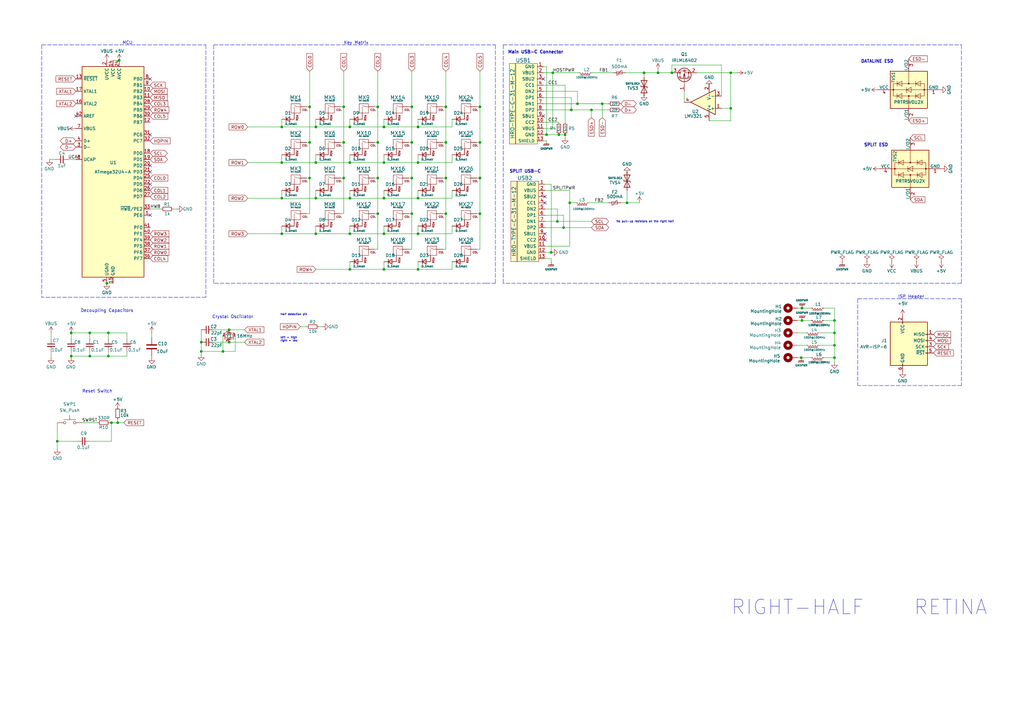
<source format=kicad_sch>
(kicad_sch (version 20211123) (generator eeschema)
  (paper "A3")
  (title_block (title "retina") (rev "0.5"))
  (junction (at 154.94 58.42))
  (junction (at 182.88 73.025))
  (junction (at 342.265 146.685))
  (junction (at 115.57 66.675))
  (junction (at 229.235 55.245))
  (junction (at 82.55 144.145))
  (junction (at 154.94 43.815))
  (junction (at 182.88 87.63))
  (junction (at 342.265 131.445))
  (junction (at 257.175 83.185))
  (junction (at 171.45 81.28))
  (junction (at 182.88 58.42))
  (junction (at 91.44 144.145))
  (junction (at 171.45 52.07))
  (junction (at 36.83 146.05))
  (junction (at 299.72 29.845))
  (junction (at 82.55 140.335))
  (junction (at 226.695 29.845))
  (junction (at 115.57 81.28))
  (junction (at 127 43.815))
  (junction (at 44.45 136.525))
  (junction (at 231.775 55.245))
  (junction (at 196.85 43.815))
  (junction (at 264.16 29.845))
  (junction (at 196.85 73.025))
  (junction (at 129.54 66.675))
  (junction (at 157.48 95.885))
  (junction (at 154.94 73.025))
  (junction (at 127 73.025))
  (junction (at 236.855 42.545))
  (junction (at 45.72 173.355))
  (junction (at 269.875 29.845))
  (junction (at 328.6551 146.685))
  (junction (at 140.97 73.025))
  (junction (at 275.59 29.845))
  (junction (at 143.51 66.675))
  (junction (at 48.26 173.355))
  (junction (at 29.21 146.05))
  (junction (at 328.93 126.365))
  (junction (at 228.6 90.805))
  (junction (at 129.54 52.07))
  (junction (at 224.155 55.245))
  (junction (at 231.14 93.345))
  (junction (at 171.45 66.675))
  (junction (at 154.94 87.63))
  (junction (at 115.57 52.07))
  (junction (at 196.85 58.42))
  (junction (at 43.815 116.205))
  (junction (at 233.68 83.185))
  (junction (at 140.97 43.815))
  (junction (at 29.21 136.525))
  (junction (at 168.91 43.815))
  (junction (at 242.57 45.085))
  (junction (at 23.495 180.975))
  (junction (at 171.45 110.49))
  (junction (at 247.015 42.545))
  (junction (at 93.98 135.255))
  (junction (at 129.54 81.28))
  (junction (at 143.51 110.49))
  (junction (at 44.45 146.05))
  (junction (at 342.265 141.605))
  (junction (at 157.48 52.07))
  (junction (at 127 58.42))
  (junction (at 182.88 43.815))
  (junction (at 168.91 87.63))
  (junction (at 328.93 131.445))
  (junction (at 143.51 52.07))
  (junction (at 171.45 95.885))
  (junction (at 115.57 95.885))
  (junction (at 342.265 136.525))
  (junction (at 48.895 24.765))
  (junction (at 140.97 58.42))
  (junction (at 157.48 81.28))
  (junction (at 143.51 95.885))
  (junction (at 299.72 44.45))
  (junction (at 168.91 58.42))
  (junction (at 129.54 95.885))
  (junction (at 157.48 66.675))
  (junction (at 36.83 136.525))
  (junction (at 157.48 110.49))
  (junction (at 196.85 87.63))
  (junction (at 226.06 103.505))
  (junction (at 168.91 73.025))
  (junction (at 143.51 81.28))
  (junction (at 234.315 45.085))
  (junction (at 93.98 140.335))
  (no_connect (at 222.885 47.625))
  (no_connect (at 61.595 32.385))
  (no_connect (at 61.595 55.245))
  (no_connect (at 61.595 67.945))
  (no_connect (at 61.595 70.485))
  (no_connect (at 61.595 88.265))
  (no_connect (at 61.595 75.565))
  (no_connect (at 222.885 32.385))
  (no_connect (at 31.115 47.625))
  (no_connect (at 223.52 95.885))
  (no_connect (at 223.52 83.185))
  (no_connect (at 223.52 80.645))
  (no_connect (at 223.52 98.425))
  (wire (pts (xy 223.52 75.565) (xy 226.06 75.565)))
  (wire (pts (xy 264.16 31.75) (xy 264.16 29.845)))
  (wire (pts (xy 115.57 81.28) (xy 129.54 81.28)))
  (wire (pts (xy 71.12 85.725) (xy 72.39 85.725)))
  (wire (pts (xy 45.72 173.355) (xy 48.26 173.355)))
  (wire (pts (xy 257.175 71.12) (xy 257.175 70.485)))
  (wire (pts (xy 139.7 73.025) (xy 140.97 73.025)))
  (wire (pts (xy 171.45 66.675) (xy 185.42 66.675)))
  (wire (pts (xy 264.16 29.845) (xy 269.875 29.845)))
  (wire (pts (xy 223.52 93.345) (xy 231.14 93.345)))
  (wire (pts (xy 93.98 140.335) (xy 100.33 140.335)))
  (wire (pts (xy 327.025 146.685) (xy 328.6551 146.685)))
  (wire (pts (xy 342.265 131.445) (xy 342.265 136.525)))
  (wire (pts (xy 328.93 131.445) (xy 332.74 131.445)))
  (wire (pts (xy 171.45 48.895) (xy 171.45 52.07)))
  (wire (pts (xy 226.695 29.845) (xy 226.695 52.705)))
  (wire (pts (xy 185.42 92.71) (xy 185.42 95.885)))
  (wire (pts (xy 236.855 42.545) (xy 247.015 42.545)))
  (wire (pts (xy 168.91 29.21) (xy 168.91 43.815)))
  (wire (pts (xy 125.73 58.42) (xy 127 58.42)))
  (wire (pts (xy 182.88 73.025) (xy 182.88 87.63)))
  (wire (pts (xy 127 43.815) (xy 127 58.42)))
  (wire (pts (xy 167.64 102.235) (xy 168.91 102.235)))
  (wire (pts (xy 129.54 92.71) (xy 129.54 95.885)))
  (wire (pts (xy 242.57 45.085) (xy 242.57 48.26)))
  (wire (pts (xy 236.855 42.545) (xy 222.885 42.545)))
  (wire (pts (xy 223.52 85.725) (xy 228.6 85.725)))
  (wire (pts (xy 337.82 131.445) (xy 342.265 131.445)))
  (wire (pts (xy 45.72 173.355) (xy 45.72 180.975)))
  (wire (pts (xy 295.91 26.67) (xy 275.59 26.67)))
  (wire (pts (xy 91.44 144.145) (xy 96.52 144.145)))
  (wire (pts (xy 236.855 37.465) (xy 236.855 42.545)))
  (wire (pts (xy 171.45 52.07) (xy 185.42 52.07)))
  (wire (pts (xy 44.45 146.05) (xy 44.45 144.145)))
  (wire (pts (xy 154.94 29.21) (xy 154.94 43.815)))
  (wire (pts (xy 195.58 43.815) (xy 196.85 43.815)))
  (wire (pts (xy 196.85 29.21) (xy 196.85 43.815)))
  (wire (pts (xy 29.21 146.685) (xy 29.21 146.05)))
  (wire (pts (xy 140.97 29.21) (xy 140.97 43.815)))
  (wire (pts (xy 231.14 93.345) (xy 242.57 93.345)))
  (wire (pts (xy 185.42 48.895) (xy 185.42 52.07)))
  (polyline (pts (xy 84.455 121.92) (xy 17.145 121.92)))
  (wire (pts (xy 185.42 107.315) (xy 185.42 110.49)))
  (wire (pts (xy 171.45 78.105) (xy 171.45 81.28)))
  (wire (pts (xy 48.26 167.005) (xy 48.26 167.64)))
  (wire (pts (xy 168.91 73.025) (xy 168.91 87.63)))
  (polyline (pts (xy 203.2 18.415) (xy 203.2 116.205)))
  (wire (pts (xy 335.915 136.525) (xy 342.265 136.525)))
  (wire (pts (xy 299.72 29.845) (xy 285.75 29.845)))
  (wire (pts (xy 168.91 87.63) (xy 168.91 102.235)))
  (wire (pts (xy 153.67 87.63) (xy 154.94 87.63)))
  (wire (pts (xy 181.61 73.025) (xy 182.88 73.025)))
  (wire (pts (xy 299.72 49.53) (xy 299.72 44.45)))
  (wire (pts (xy 153.67 58.42) (xy 154.94 58.42)))
  (wire (pts (xy 129.54 78.105) (xy 129.54 81.28)))
  (wire (pts (xy 234.315 45.085) (xy 242.57 45.085)))
  (polyline (pts (xy 199.39 116.205) (xy 87.63 116.205)))
  (wire (pts (xy 342.265 126.365) (xy 342.265 131.445)))
  (wire (pts (xy 335.915 141.605) (xy 342.265 141.605)))
  (wire (pts (xy 299.72 29.845) (xy 302.26 29.845)))
  (wire (pts (xy 36.83 146.05) (xy 36.83 144.145)))
  (wire (pts (xy 36.83 136.525) (xy 36.83 139.065)))
  (wire (pts (xy 171.45 63.5) (xy 171.45 66.675)))
  (wire (pts (xy 290.83 35.56) (xy 290.83 34.29)))
  (wire (pts (xy 61.595 85.725) (xy 66.04 85.725)))
  (wire (pts (xy 143.51 48.895) (xy 143.51 52.07)))
  (wire (pts (xy 222.885 37.465) (xy 236.855 37.465)))
  (wire (pts (xy 195.58 58.42) (xy 196.85 58.42)))
  (wire (pts (xy 171.45 92.71) (xy 171.45 95.885)))
  (wire (pts (xy 157.48 81.28) (xy 171.45 81.28)))
  (polyline (pts (xy 17.145 18.415) (xy 17.145 121.92)))
  (wire (pts (xy 93.98 135.255) (xy 100.33 135.255)))
  (wire (pts (xy 140.97 43.815) (xy 140.97 58.42)))
  (wire (pts (xy 129.54 52.07) (xy 143.51 52.07)))
  (wire (pts (xy 154.94 58.42) (xy 154.94 73.025)))
  (wire (pts (xy 299.72 44.45) (xy 299.72 29.845)))
  (wire (pts (xy 226.06 75.565) (xy 226.06 103.505)))
  (wire (pts (xy 257.175 78.105) (xy 257.175 83.185)))
  (wire (pts (xy 229.235 55.245) (xy 231.775 55.245)))
  (wire (pts (xy 115.57 78.105) (xy 115.57 81.28)))
  (polyline (pts (xy 394.335 18.415) (xy 394.335 116.205)))
  (wire (pts (xy 143.51 52.07) (xy 157.48 52.07)))
  (polyline (pts (xy 199.39 116.205) (xy 203.2 116.205)))
  (wire (pts (xy 154.94 87.63) (xy 154.94 102.235)))
  (polyline (pts (xy 206.375 18.415) (xy 206.375 116.205)))
  (wire (pts (xy 328.6551 146.685) (xy 332.74 146.685)))
  (wire (pts (xy 29.21 146.05) (xy 29.21 144.145)))
  (wire (pts (xy 247.015 42.545) (xy 249.555 42.545)))
  (wire (pts (xy 223.52 90.805) (xy 228.6 90.805)))
  (wire (pts (xy 96.52 137.795) (xy 96.52 144.145)))
  (wire (pts (xy 223.52 78.105) (xy 233.68 78.105)))
  (wire (pts (xy 181.61 58.42) (xy 182.88 58.42)))
  (wire (pts (xy 143.51 95.885) (xy 157.48 95.885)))
  (wire (pts (xy 195.58 73.025) (xy 196.85 73.025)))
  (wire (pts (xy 115.57 95.885) (xy 129.54 95.885)))
  (wire (pts (xy 290.83 49.53) (xy 299.72 49.53)))
  (wire (pts (xy 29.21 136.525) (xy 29.21 139.065)))
  (wire (pts (xy 168.91 43.815) (xy 168.91 58.42)))
  (wire (pts (xy 223.52 100.965) (xy 233.68 100.965)))
  (wire (pts (xy 127 58.42) (xy 127 73.025)))
  (wire (pts (xy 157.48 52.07) (xy 171.45 52.07)))
  (wire (pts (xy 185.42 63.5) (xy 185.42 66.675)))
  (wire (pts (xy 157.48 107.315) (xy 157.48 110.49)))
  (wire (pts (xy 115.57 92.71) (xy 115.57 95.885)))
  (polyline (pts (xy 394.335 122.555) (xy 394.335 158.115)))
  (wire (pts (xy 36.83 146.05) (xy 44.45 146.05)))
  (wire (pts (xy 224.155 27.305) (xy 224.155 55.245)))
  (wire (pts (xy 167.64 87.63) (xy 168.91 87.63)))
  (wire (pts (xy 233.68 83.185) (xy 236.22 83.185)))
  (wire (pts (xy 143.51 63.5) (xy 143.51 66.675)))
  (wire (pts (xy 101.6 52.07) (xy 115.57 52.07)))
  (wire (pts (xy 45.085 173.355) (xy 45.72 173.355)))
  (polyline (pts (xy 206.375 18.415) (xy 394.335 18.415)))
  (wire (pts (xy 223.52 106.045) (xy 226.06 106.045)))
  (wire (pts (xy 167.64 43.815) (xy 168.91 43.815)))
  (wire (pts (xy 223.52 88.265) (xy 231.14 88.265)))
  (wire (pts (xy 143.51 107.315) (xy 143.51 110.49)))
  (wire (pts (xy 247.015 42.545) (xy 247.015 48.26)))
  (wire (pts (xy 44.45 136.525) (xy 52.07 136.525)))
  (wire (pts (xy 256.54 29.845) (xy 264.16 29.845)))
  (wire (pts (xy 139.7 87.63) (xy 140.97 87.63)))
  (wire (pts (xy 129.54 110.49) (xy 143.51 110.49)))
  (polyline (pts (xy 84.455 18.415) (xy 84.455 121.92)))
  (wire (pts (xy 224.155 55.245) (xy 222.885 55.245)))
  (wire (pts (xy 115.57 66.675) (xy 129.54 66.675)))
  (wire (pts (xy 167.64 73.025) (xy 168.91 73.025)))
  (wire (pts (xy 222.885 57.785) (xy 224.155 57.785)))
  (wire (pts (xy 171.45 107.315) (xy 171.45 110.49)))
  (wire (pts (xy 129.54 81.28) (xy 143.51 81.28)))
  (wire (pts (xy 154.94 73.025) (xy 154.94 87.63)))
  (wire (pts (xy 222.885 45.085) (xy 234.315 45.085)))
  (wire (pts (xy 226.06 106.045) (xy 226.06 107.315)))
  (wire (pts (xy 181.61 43.815) (xy 182.88 43.815)))
  (wire (pts (xy 82.55 135.255) (xy 82.55 140.335)))
  (wire (pts (xy 223.52 103.505) (xy 226.06 103.505)))
  (wire (pts (xy 337.82 146.685) (xy 342.265 146.685)))
  (wire (pts (xy 87.63 135.255) (xy 93.98 135.255)))
  (wire (pts (xy 115.57 63.5) (xy 115.57 66.675)))
  (wire (pts (xy 327.025 136.525) (xy 330.835 136.525)))
  (wire (pts (xy 153.67 102.235) (xy 154.94 102.235)))
  (wire (pts (xy 241.3 83.185) (xy 249.555 83.185)))
  (wire (pts (xy 228.6 85.725) (xy 228.6 90.805)))
  (wire (pts (xy 127 73.025) (xy 127 87.63)))
  (wire (pts (xy 222.885 50.165) (xy 229.235 50.165)))
  (wire (pts (xy 29.21 146.05) (xy 36.83 146.05)))
  (wire (pts (xy 327.025 131.445) (xy 328.93 131.445)))
  (polyline (pts (xy 87.63 116.205) (xy 87.63 18.415)))
  (wire (pts (xy 23.495 180.975) (xy 31.75 180.975)))
  (wire (pts (xy 125.73 43.815) (xy 127 43.815)))
  (wire (pts (xy 143.51 78.105) (xy 143.51 81.28)))
  (wire (pts (xy 182.88 87.63) (xy 182.88 102.235)))
  (wire (pts (xy 295.91 44.45) (xy 299.72 44.45)))
  (wire (pts (xy 171.45 81.28) (xy 185.42 81.28)))
  (wire (pts (xy 226.695 29.845) (xy 237.49 29.845)))
  (wire (pts (xy 171.45 110.49) (xy 185.42 110.49)))
  (wire (pts (xy 52.07 136.525) (xy 52.07 139.065)))
  (wire (pts (xy 342.265 141.605) (xy 342.265 146.685)))
  (wire (pts (xy 185.42 78.105) (xy 185.42 81.28)))
  (wire (pts (xy 129.54 66.675) (xy 143.51 66.675)))
  (wire (pts (xy 171.45 95.885) (xy 185.42 95.885)))
  (wire (pts (xy 82.55 144.145) (xy 91.44 144.145)))
  (wire (pts (xy 130.81 133.985) (xy 132.08 133.985)))
  (wire (pts (xy 226.695 52.705) (xy 222.885 52.705)))
  (wire (pts (xy 23.495 173.355) (xy 23.495 180.975)))
  (wire (pts (xy 153.67 43.815) (xy 154.94 43.815)))
  (wire (pts (xy 182.88 58.42) (xy 182.88 73.025)))
  (wire (pts (xy 157.48 48.895) (xy 157.48 52.07)))
  (wire (pts (xy 242.57 45.085) (xy 249.555 45.085)))
  (wire (pts (xy 195.58 102.235) (xy 196.85 102.235)))
  (wire (pts (xy 196.85 58.42) (xy 196.85 73.025)))
  (wire (pts (xy 153.67 73.025) (xy 154.94 73.025)))
  (wire (pts (xy 196.85 87.63) (xy 196.85 102.235)))
  (wire (pts (xy 44.45 146.05) (xy 52.07 146.05)))
  (wire (pts (xy 257.175 83.185) (xy 262.255 83.185)))
  (wire (pts (xy 87.63 140.335) (xy 93.98 140.335)))
  (wire (pts (xy 157.48 110.49) (xy 171.45 110.49)))
  (wire (pts (xy 52.07 146.05) (xy 52.07 144.145)))
  (wire (pts (xy 23.495 180.975) (xy 23.495 184.15)))
  (wire (pts (xy 62.23 146.685) (xy 62.23 146.05)))
  (wire (pts (xy 125.73 73.025) (xy 127 73.025)))
  (wire (pts (xy 181.61 87.63) (xy 182.88 87.63)))
  (wire (pts (xy 115.57 48.895) (xy 115.57 52.07)))
  (wire (pts (xy 48.26 173.355) (xy 50.8 173.355)))
  (polyline (pts (xy 87.63 18.415) (xy 203.2 18.415)))
  (wire (pts (xy 36.83 180.975) (xy 45.72 180.975)))
  (wire (pts (xy 143.51 92.71) (xy 143.51 95.885)))
  (wire (pts (xy 264.16 38.735) (xy 264.16 39.37)))
  (wire (pts (xy 168.91 58.42) (xy 168.91 73.025)))
  (wire (pts (xy 140.97 58.42) (xy 140.97 73.025)))
  (wire (pts (xy 46.355 24.765) (xy 48.895 24.765)))
  (wire (pts (xy 327.025 141.605) (xy 330.835 141.605)))
  (wire (pts (xy 48.26 172.085) (xy 48.26 173.355)))
  (wire (pts (xy 231.775 34.925) (xy 231.775 50.165)))
  (wire (pts (xy 222.885 34.925) (xy 231.775 34.925)))
  (wire (pts (xy 224.155 55.245) (xy 229.235 55.245)))
  (wire (pts (xy 269.875 28.575) (xy 269.875 29.845)))
  (wire (pts (xy 125.73 87.63) (xy 127 87.63)))
  (wire (pts (xy 44.45 136.525) (xy 44.45 139.065)))
  (wire (pts (xy 182.88 43.815) (xy 182.88 58.42)))
  (wire (pts (xy 101.6 81.28) (xy 115.57 81.28)))
  (wire (pts (xy 233.68 83.185) (xy 233.68 78.105)))
  (wire (pts (xy 182.88 29.21) (xy 182.88 43.815)))
  (wire (pts (xy 228.6 90.805) (xy 242.57 90.805)))
  (wire (pts (xy 233.68 100.965) (xy 233.68 83.185)))
  (wire (pts (xy 20.955 146.685) (xy 20.955 144.145)))
  (wire (pts (xy 280.67 37.465) (xy 280.67 41.91)))
  (wire (pts (xy 82.55 140.335) (xy 82.55 144.145)))
  (wire (pts (xy 154.94 43.815) (xy 154.94 58.42)))
  (wire (pts (xy 140.97 73.025) (xy 140.97 87.63)))
  (wire (pts (xy 196.85 43.815) (xy 196.85 58.42)))
  (wire (pts (xy 275.59 26.67) (xy 275.59 29.845)))
  (wire (pts (xy 129.54 95.885) (xy 143.51 95.885)))
  (wire (pts (xy 337.82 126.365) (xy 342.265 126.365)))
  (wire (pts (xy 195.58 87.63) (xy 196.85 87.63)))
  (wire (pts (xy 129.54 63.5) (xy 129.54 66.675)))
  (wire (pts (xy 157.48 66.675) (xy 171.45 66.675)))
  (wire (pts (xy 27.94 65.405) (xy 31.115 65.405)))
  (wire (pts (xy 167.64 58.42) (xy 168.91 58.42)))
  (wire (pts (xy 82.55 144.145) (xy 82.55 145.415)))
  (wire (pts (xy 20.955 136.525) (xy 20.955 139.065)))
  (wire (pts (xy 196.85 73.025) (xy 196.85 87.63)))
  (wire (pts (xy 231.14 88.265) (xy 231.14 93.345)))
  (wire (pts (xy 226.695 29.845) (xy 222.885 29.845)))
  (wire (pts (xy 327.025 126.365) (xy 328.93 126.365)))
  (polyline (pts (xy 394.335 158.115) (xy 351.79 158.115)))
  (wire (pts (xy 181.61 102.235) (xy 182.88 102.235)))
  (wire (pts (xy 222.885 40.005) (xy 234.315 40.005)))
  (polyline (pts (xy 17.145 18.415) (xy 84.455 18.415)))
  (wire (pts (xy 22.86 65.405) (xy 20.32 65.405)))
  (wire (pts (xy 139.7 58.42) (xy 140.97 58.42)))
  (wire (pts (xy 157.48 92.71) (xy 157.48 95.885)))
  (wire (pts (xy 29.21 136.525) (xy 36.83 136.525)))
  (wire (pts (xy 139.7 43.815) (xy 140.97 43.815)))
  (wire (pts (xy 43.815 116.205) (xy 46.355 116.205)))
  (wire (pts (xy 129.54 48.895) (xy 129.54 52.07)))
  (wire (pts (xy 234.315 40.005) (xy 234.315 45.085)))
  (wire (pts (xy 101.6 95.885) (xy 115.57 95.885)))
  (wire (pts (xy 242.57 29.845) (xy 251.46 29.845)))
  (wire (pts (xy 222.885 27.305) (xy 224.155 27.305)))
  (polyline (pts (xy 351.79 122.555) (xy 394.335 122.555)))
  (wire (pts (xy 143.51 81.28) (xy 157.48 81.28)))
  (wire (pts (xy 157.48 63.5) (xy 157.48 66.675)))
  (wire (pts (xy 143.51 110.49) (xy 157.48 110.49)))
  (wire (pts (xy 254.635 83.185) (xy 257.175 83.185)))
  (wire (pts (xy 62.23 136.525) (xy 62.23 138.43)))
  (wire (pts (xy 143.51 66.675) (xy 157.48 66.675)))
  (wire (pts (xy 295.91 39.37) (xy 295.91 26.67)))
  (wire (pts (xy 269.875 29.845) (xy 275.59 29.845)))
  (wire (pts (xy 101.6 66.675) (xy 115.57 66.675)))
  (wire (pts (xy 127 29.21) (xy 127 43.815)))
  (polyline (pts (xy 351.79 122.555) (xy 351.79 158.115)))
  (wire (pts (xy 157.48 95.885) (xy 171.45 95.885)))
  (wire (pts (xy 231.775 55.245) (xy 231.775 56.515)))
  (wire (pts (xy 40.005 173.355) (xy 33.655 173.355)))
  (wire (pts (xy 342.265 136.525) (xy 342.265 141.605)))
  (wire (pts (xy 328.93 126.365) (xy 332.74 126.365)))
  (wire (pts (xy 157.48 78.105) (xy 157.48 81.28)))
  (wire (pts (xy 115.57 52.07) (xy 129.54 52.07)))
  (wire (pts (xy 123.19 133.985) (xy 125.73 133.985)))
  (polyline (pts (xy 394.335 116.205) (xy 206.375 116.205)))
  (wire (pts (xy 36.83 136.525) (xy 44.45 136.525)))
  (wire (pts (xy 91.44 137.795) (xy 91.44 144.145)))
  (wire (pts (xy 342.265 148.59) (xy 342.265 146.685)))
  (text "RIGHT-HALF" (at 299.72 252.73 0) (effects (font (size 6 6)) (justify left bottom)))
  (text "Reset Switch" (at 33.655 161.29 0) (effects (font (size 1.27 1.27)) (justify left bottom)))
  (text "MCU" (at 50.165 18.415 0) (effects (font (size 1.27 1.27)) (justify left bottom)))
  (text "SPLIT ESD" (at 354.33 60.325 0) (effects (font (size 1.27 1.27) (thickness 0.254) bold) (justify left bottom)))
  (text "DATALINE ESD" (at 353.06 26.035 0) (effects (font (size 1.27 1.27) (thickness 0.254) bold) (justify left bottom)))
  (text "Crystal Oscillator" (at 86.995 130.81 0) (effects (font (size 1.27 1.27)) (justify left bottom)))
  (text "No pull-up resistors on the right half" (at 252.73 91.44 0) (effects (font (size 0.8 0.8)) (justify left bottom)))
  (text "left = high\nright = low" (at 114.935 140.335 0) (effects (font (size 0.8 0.8)) (justify left bottom)))
  (text "Half detection pin" (at 114.935 129.54 0) (effects (font (size 0.8 0.8)) (justify left bottom)))
  (text "Main USB-C Connector" (at 208.28 22.225 0) (effects (font (size 1.27 1.27) (thickness 0.254) bold) (justify left bottom)))
  (text "SPLIT USB-C" (at 208.915 71.12 0) (effects (font (size 1.27 1.27) (thickness 0.254) bold) (justify left bottom)))
  (text "Decoupling Capacitors" (at 33.02 128.27 0) (effects (font (size 1.27 1.27)) (justify left bottom)))
  (text "ISP Header" (at 368.3 122.555 0) (effects (font (size 1.27 1.27)) (justify left bottom)))
  (text "Key Matrix" (at 140.97 18.415 0) (effects (font (size 1.27 1.27)) (justify left bottom)))
  (text "RETINA" (at 374.65 252.73 0) (effects (font (size 6 6)) (justify left bottom)))
  (label "FB2" (at 243.84 83.185 0))
  (label "CC1" (at 224.79 34.925 0))
  (label "HOSTPWR" (at 226.695 29.845 0))
  (label "FB1" (at 245.745 29.845 0))
  (label "UCAP" (at 27.94 65.405 0))
  (label "SPLITPWR" (at 226.695 78.105 0))
  (label "CC2" (at 224.79 50.165 0))
  (label "HWB" (at 61.595 85.725 0))
  (label "SWRST" (at 33.655 173.355 0))
  (global_label "HDPIN" (shape input) (at 123.19 133.985 180) (property "Intersheet References" "${INTERSHEET_REFS}" (effects hide)))
  (global_label "SCL" (shape bidirectional) (at 61.595 62.865 0) (property "Intersheet References" "${INTERSHEET_REFS}" (effects hide)))
  (global_label "ESD+" (shape input) (at 372.745 49.53 0) (property "Intersheet References" "${INTERSHEET_REFS}" (effects hide)))
  (global_label "SCK" (shape input) (at 382.905 142.24 0) (property "Intersheet References" "${INTERSHEET_REFS}" (effects hide)))
  (global_label "SCK" (shape input) (at 61.595 34.925 0) (property "Intersheet References" "${INTERSHEET_REFS}" (effects hide)))
  (global_label "MISO" (shape input) (at 61.595 40.005 0) (property "Intersheet References" "${INTERSHEET_REFS}" (effects hide)))
  (global_label "XTAL1" (shape input) (at 31.115 37.465 180) (property "Intersheet References" "${INTERSHEET_REFS}" (effects hide)))
  (global_label "ROW1" (shape input) (at 101.6 66.675 180) (property "Intersheet References" "${INTERSHEET_REFS}" (effects hide)))
  (global_label "MOSI" (shape input) (at 382.905 139.7 0) (property "Intersheet References" "${INTERSHEET_REFS}" (effects hide)))
  (global_label "COL4" (shape input) (at 61.595 106.045 0) (property "Intersheet References" "${INTERSHEET_REFS}" (effects hide)))
  (global_label "COL1" (shape input) (at 61.595 78.105 0) (property "Intersheet References" "${INTERSHEET_REFS}" (effects hide)))
  (global_label "HDPIN" (shape input) (at 61.595 57.785 0) (property "Intersheet References" "${INTERSHEET_REFS}" (effects hide)))
  (global_label "ROW3" (shape input) (at 101.6 95.885 180) (property "Intersheet References" "${INTERSHEET_REFS}" (effects hide)))
  (global_label "COL0" (shape input) (at 127 29.21 90) (property "Intersheet References" "${INTERSHEET_REFS}" (effects hide)))
  (global_label "ROW0" (shape input) (at 61.595 103.505 0) (property "Intersheet References" "${INTERSHEET_REFS}" (effects hide)))
  (global_label "XTAL2" (shape input) (at 31.115 42.545 180) (property "Intersheet References" "${INTERSHEET_REFS}" (effects hide)))
  (global_label "ROW4" (shape input) (at 61.595 45.085 0) (property "Intersheet References" "${INTERSHEET_REFS}" (effects hide)))
  (global_label "COL1" (shape input) (at 140.97 29.21 90) (property "Intersheet References" "${INTERSHEET_REFS}" (effects hide)))
  (global_label "ROW2" (shape input) (at 101.6 81.28 180) (property "Intersheet References" "${INTERSHEET_REFS}" (effects hide)))
  (global_label "D+" (shape bidirectional) (at 31.115 57.785 180) (property "Intersheet References" "${INTERSHEET_REFS}" (effects hide)))
  (global_label "SDA" (shape bidirectional) (at 242.57 93.345 0) (property "Intersheet References" "${INTERSHEET_REFS}" (effects hide)))
  (global_label "COL5" (shape input) (at 196.85 29.21 90) (property "Intersheet References" "${INTERSHEET_REFS}" (effects hide)))
  (global_label "SCL" (shape input) (at 373.38 56.515 0) (property "Intersheet References" "${INTERSHEET_REFS}" (effects hide)))
  (global_label "COL0" (shape input) (at 61.595 73.025 0) (property "Intersheet References" "${INTERSHEET_REFS}" (effects hide)))
  (global_label "COL5" (shape input) (at 61.595 47.625 0) (property "Intersheet References" "${INTERSHEET_REFS}" (effects hide)))
  (global_label "COL4" (shape input) (at 182.88 29.21 90) (property "Intersheet References" "${INTERSHEET_REFS}" (effects hide)))
  (global_label "MISO" (shape input) (at 382.905 137.16 0) (property "Intersheet References" "${INTERSHEET_REFS}" (effects hide)))
  (global_label "MOSI" (shape input) (at 61.595 37.465 0) (property "Intersheet References" "${INTERSHEET_REFS}" (effects hide)))
  (global_label "ESD+" (shape input) (at 242.57 48.26 270) (property "Intersheet References" "${INTERSHEET_REFS}" (effects hide)))
  (global_label "RESET" (shape input) (at 382.905 144.78 0) (property "Intersheet References" "${INTERSHEET_REFS}" (effects hide)))
  (global_label "RESET" (shape input) (at 31.115 32.385 180) (property "Intersheet References" "${INTERSHEET_REFS}" (effects hide)))
  (global_label "D-" (shape bidirectional) (at 31.115 60.325 180) (property "Intersheet References" "${INTERSHEET_REFS}" (effects hide)))
  (global_label "D-" (shape bidirectional) (at 254.635 42.545 0) (property "Intersheet References" "${INTERSHEET_REFS}" (effects hide)))
  (global_label "D+" (shape bidirectional) (at 254.635 45.085 0) (property "Intersheet References" "${INTERSHEET_REFS}" (effects hide)))
  (global_label "XTAL1" (shape input) (at 100.33 135.255 0) (property "Intersheet References" "${INTERSHEET_REFS}" (effects hide)))
  (global_label "ESD-" (shape input) (at 247.015 48.26 270) (property "Intersheet References" "${INTERSHEET_REFS}" (effects hide)))
  (global_label "SCL" (shape bidirectional) (at 242.57 90.805 0) (property "Intersheet References" "${INTERSHEET_REFS}" (effects hide)))
  (global_label "ESD-" (shape input) (at 372.745 24.13 0) (property "Intersheet References" "${INTERSHEET_REFS}" (effects hide)))
  (global_label "COL3" (shape input) (at 61.595 42.545 0) (property "Intersheet References" "${INTERSHEET_REFS}" (effects hide)))
  (global_label "XTAL2" (shape input) (at 100.33 140.335 0) (property "Intersheet References" "${INTERSHEET_REFS}" (effects hide)))
  (global_label "COL3" (shape input) (at 168.91 29.21 90) (property "Intersheet References" "${INTERSHEET_REFS}" (effects hide)))
  (global_label "ROW2" (shape input) (at 61.595 98.425 0) (property "Intersheet References" "${INTERSHEET_REFS}" (effects hide)))
  (global_label "ROW0" (shape input) (at 101.6 52.07 180) (property "Intersheet References" "${INTERSHEET_REFS}" (effects hide)))
  (global_label "COL2" (shape input) (at 61.595 80.645 0) (property "Intersheet References" "${INTERSHEET_REFS}" (effects hide)))
  (global_label "SDA" (shape bidirectional) (at 61.595 65.405 0) (property "Intersheet References" "${INTERSHEET_REFS}" (effects hide)))
  (global_label "ROW1" (shape input) (at 61.595 100.965 0) (property "Intersheet References" "${INTERSHEET_REFS}" (effects hide)))
  (global_label "ROW4" (shape input) (at 129.54 110.49 180) (property "Intersheet References" "${INTERSHEET_REFS}" (effects hide)))
  (global_label "COL2" (shape input) (at 154.94 29.21 90) (property "Intersheet References" "${INTERSHEET_REFS}" (effects hide)))
  (global_label "SDA" (shape input) (at 373.38 81.915 0) (property "Intersheet References" "${INTERSHEET_REFS}" (effects hide)))
  (global_label "ROW3" (shape input) (at 61.595 95.885 0) (property "Intersheet References" "${INTERSHEET_REFS}" (effects hide)))
  (global_label "RESET" (shape input) (at 50.8 173.355 0) (property "Intersheet References" "${INTERSHEET_REFS}" (effects hide)))
  (symbol (lib_id "MX_Alps_Hybrid:MX-NoLED") (at 149.86 74.295 0) (unit 1)
    (property "Reference" "MX11" (at 149.225 69.215 0) (effects (font (size 1.524 1.524))))
    (property "Value" "MX-NoLED" (at 149.225 70.485 0) (effects (font (size 0.508 0.508))))
    (property "Footprint" "puffy:MXOnly-1U-Hotswap" (effects hide))
  )
  (symbol (lib_id "MX_Alps_Hybrid:MX-NoLED") (at 191.77 45.085 0) (unit 1)
    (property "Reference" "MX24" (at 191.135 40.005 0) (effects (font (size 1.524 1.524))))
    (property "Value" "MX-NoLED" (at 191.135 41.275 0) (effects (font (size 0.508 0.508))))
    (property "Footprint" "puffy:MXOnly-1U-Hotswap" (effects hide))
  )
  (symbol (lib_id "Transistor_FET:IRLML6402") (at 280.67 32.385 90) (unit 1)
    (property "Reference" "Q1" (at 280.67 22.225 90))
    (property "Value" "IRLML6402" (at 280.67 24.765 90))
    (property "Footprint" "Package_TO_SOT_SMD:SOT-23_Handsoldering" (effects hide))
    (property "Datasheet" "https://www.infineon.com/dgdl/irlml6402pbf.pdf?fileId=5546d462533600a401535668d5c2263c" (effects hide))
  )
  (symbol (lib_id "Device:D_Small") (at 118.11 48.895 0) (unit 1)
    (property "Reference" "D1" (at 118.11 46.355 0))
    (property "Value" "D_Small" (at 119.38 50.8 0) (effects (font (size 0.8 0.8))))
    (property "Footprint" "puffy:D_DO-35_SOD27_P7.62mm" (effects hide))
  )
  (symbol (lib_id "Device:C_Small") (at 44.45 141.605 180) (unit 1)
    (property "Reference" "C5" (at 46.99 140.335 0))
    (property "Value" "0.1uF" (at 47.625 143.51 0))
    (property "Footprint" "Capacitor_SMD:C_0805_2012Metric_Pad1.18x1.45mm_HandSolder" (effects hide))
  )
  (symbol (lib_id "MX_Alps_Hybrid:MX-NoLED") (at 163.83 59.69 0) (unit 1)
    (property "Reference" "MX15" (at 163.195 54.61 0) (effects (font (size 1.524 1.524))))
    (property "Value" "MX-NoLED" (at 163.195 55.88 0) (effects (font (size 0.508 0.508))))
    (property "Footprint" "puffy:MXOnly-1U-Hotswap" (effects hide))
  )
  (symbol (lib_id "Power_Protection:PRTR5V0U2X") (at 372.745 36.83 90) (unit 1)
    (property "Reference" "TVS1" (at 366.395 31.75 0))
    (property "Value" "PRTR5V0U2X" (at 372.745 41.91 90))
    (property "Footprint" "Package_TO_SOT_SMD:SOT-143" (effects hide))
    (property "Datasheet" "https://assets.nexperia.com/documents/data-sheet/PRTR5V0U2X.pdf" (effects hide))
  )
  (symbol (lib_id "Device:R_Small") (at 252.095 42.545 90) (unit 1)
    (property "Reference" "R6" (at 253.365 40.005 90) (effects (justify left)))
    (property "Value" "22R" (at 253.365 42.545 90) (effects (font (size 0.8 0.8)) (justify left)))
    (property "Footprint" "Resistor_SMD:R_0805_2012Metric_Pad1.20x1.40mm_HandSolder" (effects hide))
  )
  (symbol (lib_id "MX_Alps_Hybrid:MX-NoLED") (at 163.83 45.085 0) (unit 1)
    (property "Reference" "MX14" (at 163.195 40.005 0) (effects (font (size 1.524 1.524))))
    (property "Value" "MX-NoLED" (at 163.195 41.275 0) (effects (font (size 0.508 0.508))))
    (property "Footprint" "puffy:MXOnly-1U-Hotswap" (effects hide))
  )
  (symbol (lib_id "power:VBUS") (at 43.815 24.765 0) (unit 1)
    (property "Reference" "#PWR06" (effects hide))
    (property "Value" "VBUS" (at 43.815 20.955 0))
  )
  (symbol (lib_id "MX_Alps_Hybrid:MX-NoLED") (at 177.8 74.295 0) (unit 1)
    (property "Reference" "MX21" (at 177.165 69.215 0) (effects (font (size 1.524 1.524))))
    (property "Value" "MX-NoLED" (at 177.165 70.485 0) (effects (font (size 0.508 0.508))))
    (property "Footprint" "puffy:MXOnly-1U-Hotswap" (effects hide))
  )
  (symbol (lib_id "Device:D_Small") (at 187.96 78.105 0) (unit 1)
    (property "Reference" "D26" (at 187.96 75.565 0))
    (property "Value" "D_Small" (at 189.23 80.01 0) (effects (font (size 0.8 0.8))))
    (property "Footprint" "puffy:D_DO-35_SOD27_P7.62mm" (effects hide))
  )
  (symbol (lib_id "Device:C_Small") (at 34.29 180.975 90) (unit 1)
    (property "Reference" "C9" (at 34.29 177.8 90))
    (property "Value" "0.1uF" (at 34.29 183.515 90))
    (property "Footprint" "Capacitor_SMD:C_0805_2012Metric_Pad1.18x1.45mm_HandSolder" (effects hide))
  )
  (symbol (lib_id "Device:D_Small") (at 118.11 92.71 0) (unit 1)
    (property "Reference" "D4" (at 118.11 90.17 0))
    (property "Value" "D_Small" (at 119.38 94.615 0) (effects (font (size 0.8 0.8))))
    (property "Footprint" "puffy:D_DO-35_SOD27_P7.62mm" (effects hide))
  )
  (symbol (lib_id "Device:L_Ferrite_Small") (at 335.28 131.445 270) (unit 1)
    (property "Reference" "L7" (at 334.645 130.175 90) (effects (justify left)))
    (property "Value" "100R@100MHz" (at 331.47 133.35 90) (effects (font (size 0.8 0.8)) (justify left)))
    (property "Footprint" "Inductor_SMD:L_0805_2012Metric_Pad1.05x1.20mm_HandSolder" (effects hide))
  )
  (symbol (lib_id "Device:Polyfuse_Small") (at 252.095 83.185 90) (unit 1)
    (property "Reference" "F2" (at 252.095 78.74 90))
    (property "Value" "500mA" (at 252.095 80.645 90))
    (property "Footprint" "Fuse:Fuse_1206_3216Metric_Pad1.42x1.75mm_HandSolder" (effects hide))
  )
  (symbol (lib_id "Amplifier_Operational:LMV321") (at 288.29 41.91 180) (unit 1)
    (property "Reference" "U2" (at 283.845 45.72 0) (effects (justify right)))
    (property "Value" "LMV321" (at 280.67 47.625 0) (effects (justify right)))
    (property "Footprint" "Package_TO_SOT_SMD:SOT-23-5_HandSoldering" (effects hide))
    (property "Datasheet" "http://www.ti.com/lit/ds/symlink/lmv324.pdf" (effects hide))
  )
  (symbol (lib_id "Device:L_Ferrite_Small") (at 333.375 141.605 270) (unit 1)
    (property "Reference" "L5" (at 332.74 140.335 90) (effects (justify left)))
    (property "Value" "100R@100MHz" (at 329.565 143.51 90) (effects (font (size 0.8 0.8)) (justify left)))
    (property "Footprint" "Inductor_SMD:L_0805_2012Metric_Pad1.05x1.20mm_HandSolder" (effects hide))
  )
  (symbol (lib_id "power:GNDPWR") (at 328.93 131.445 180) (unit 1)
    (property "Reference" "#PWR021" (effects hide))
    (property "Value" "GNDPWR" (at 328.93 128.27 0) (effects (font (size 0.8 0.8))))
  )
  (symbol (lib_id "power:GND") (at 29.21 146.685 0) (unit 1)
    (property "Reference" "#PWR02" (effects hide))
    (property "Value" "GND" (at 31.115 150.495 0) (effects (justify right)))
  )
  (symbol (lib_id "power:VBUS") (at 269.875 28.575 0) (unit 1)
    (property "Reference" "#PWR0108" (effects hide))
    (property "Value" "VBUS" (at 269.875 24.765 0))
  )
  (symbol (lib_id "power:PWR_FLAG") (at 345.44 107.315 0) (unit 1)
    (property "Reference" "#FLG01" (effects hide))
    (property "Value" "PWR_FLAG" (at 345.44 103.505 0))
  )
  (symbol (lib_id "MCU_Microchip_ATmega:ATmega32U4-A") (at 46.355 70.485 0) (unit 1)
    (property "Reference" "U1" (at 45.085 66.675 0) (effects (justify left)))
    (property "Value" "ATmega32U4-A" (at 38.735 70.485 0) (effects (justify left)))
    (property "Footprint" "Package_QFP:TQFP-44_10x10mm_P0.8mm" (effects hide))
    (property "Datasheet" "http://ww1.microchip.com/downloads/en/DeviceDoc/Atmel-7766-8-bit-AVR-ATmega16U4-32U4_Datasheet.pdf" (effects hide))
  )
  (symbol (lib_id "MX_Alps_Hybrid:MX-NoLED") (at 135.89 88.9 0) (unit 1)
    (property "Reference" "MX8" (at 135.255 83.82 0) (effects (font (size 1.524 1.524))))
    (property "Value" "MX-NoLED" (at 135.255 85.09 0) (effects (font (size 0.508 0.508))))
    (property "Footprint" "puffy:MXOnly-1U-Hotswap" (effects hide))
  )
  (symbol (lib_id "power:GND") (at 370.205 152.4 0) (unit 1)
    (property "Reference" "#PWR015" (effects hide))
    (property "Value" "GND" (at 370.205 156.21 0))
  )
  (symbol (lib_id "Device:R_Small") (at 68.58 85.725 90) (unit 1)
    (property "Reference" "R1" (at 69.85 83.82 90) (effects (justify left)))
    (property "Value" "1k" (at 69.85 87.63 90) (effects (justify left)))
    (property "Footprint" "Resistor_SMD:R_0805_2012Metric_Pad1.20x1.40mm_HandSolder" (effects hide))
  )
  (symbol (lib_id "power:GND") (at 264.16 38.735 0) (unit 1)
    (property "Reference" "#PWR0109" (effects hide))
    (property "Value" "GND" (at 264.16 42.545 0))
  )
  (symbol (lib_id "power:GNDPWR") (at 328.93 126.365 180) (unit 1)
    (property "Reference" "#PWR020" (effects hide))
    (property "Value" "GNDPWR" (at 328.93 123.19 0) (effects (font (size 0.8 0.8))))
  )
  (symbol (lib_id "Device:D_Small") (at 173.99 107.315 0) (unit 1)
    (property "Reference" "D23" (at 173.99 104.775 0))
    (property "Value" "D_Small" (at 175.26 109.22 0) (effects (font (size 0.8 0.8))))
    (property "Footprint" "puffy:D_DO-35_SOD27_P7.62mm" (effects hide))
  )
  (symbol (lib_id "Mechanical:MountingHole_Pad") (at 324.485 131.445 90) (unit 1)
    (property "Reference" "H2" (at 320.6749 130.81 90) (effects (justify left)))
    (property "Value" "MountingHole" (at 320.6749 132.715 90) (effects (justify left)))
    (property "Footprint" "MountingHole:MountingHole_2.2mm_M2_Pad_Via" (effects hide))
  )
  (symbol (lib_id "Device:D_Small") (at 146.05 63.5 0) (unit 1)
    (property "Reference" "D10" (at 146.05 60.96 0))
    (property "Value" "D_Small" (at 147.32 65.405 0) (effects (font (size 0.8 0.8))))
    (property "Footprint" "puffy:D_DO-35_SOD27_P7.62mm" (effects hide))
  )
  (symbol (lib_id "MX_Alps_Hybrid:MX-NoLED") (at 121.92 45.085 0) (unit 1)
    (property "Reference" "MX1" (at 121.285 40.005 0) (effects (font (size 1.524 1.524))))
    (property "Value" "MX-NoLED" (at 121.285 41.275 0) (effects (font (size 0.508 0.508))))
    (property "Footprint" "puffy:MXOnly-1U-Hotswap" (effects hide))
  )
  (symbol (lib_id "Device:C_Small") (at 85.09 135.255 90) (unit 1)
    (property "Reference" "C2" (at 87.63 133.985 90))
    (property "Value" "22pF" (at 88.9 136.525 90))
    (property "Footprint" "Capacitor_SMD:C_0805_2012Metric_Pad1.18x1.45mm_HandSolder" (effects hide))
  )
  (symbol (lib_id "Mechanical:MountingHole_Pad") (at 324.485 136.525 90) (unit 1)
    (property "Reference" "H3" (at 320.3575 135.5724 90) (effects (justify left)))
    (property "Value" "MountingHole" (at 320.3575 137.4774 90) (effects (justify left)))
    (property "Footprint" "MountingHole:MountingHole_2.2mm_M2_Pad_Via" (effects hide))
  )
  (symbol (lib_id "power:+5V") (at 262.255 83.185 0) (unit 1)
    (property "Reference" "#PWR031" (effects hide))
    (property "Value" "+5V" (at 262.255 79.375 0))
  )
  (symbol (lib_id "power:GND") (at 386.08 69.215 90) (unit 1)
    (property "Reference" "#PWR0103" (effects hide))
    (property "Value" "GND" (at 389.89 69.215 0))
  )
  (symbol (lib_id "MX_Alps_Hybrid:MX-NoLED") (at 163.83 74.295 0) (unit 1)
    (property "Reference" "MX16" (at 163.195 69.215 0) (effects (font (size 1.524 1.524))))
    (property "Value" "MX-NoLED" (at 163.195 70.485 0) (effects (font (size 0.508 0.508))))
    (property "Footprint" "puffy:MXOnly-1U-Hotswap" (effects hide))
  )
  (symbol (lib_id "MX_Alps_Hybrid:MX-NoLED") (at 191.77 103.505 0) (unit 1)
    (property "Reference" "MX28" (at 191.135 98.425 0) (effects (font (size 1.524 1.524))))
    (property "Value" "MX-NoLED" (at 191.135 99.695 0) (effects (font (size 0.508 0.508))))
    (property "Footprint" "puffy:MXOnly-1U-Hotswap" (effects hide))
  )
  (symbol (lib_id "Mechanical:MountingHole_Pad") (at 324.485 141.605 90) (unit 1)
    (property "Reference" "H4" (at 320.3575 140.6526 90) (effects (justify left)))
    (property "Value" "MountingHole" (at 320.3575 142.5576 90) (effects (justify left)))
    (property "Footprint" "MountingHole:MountingHole_2.2mm_M2_Pad_Via" (effects hide))
  )
  (symbol (lib_id "power:VBUS") (at 31.115 52.705 90) (unit 1)
    (property "Reference" "#PWR05" (effects hide))
    (property "Value" "VBUS" (at 23.495 52.705 90) (effects (justify right)))
  )
  (symbol (lib_id "MX_Alps_Hybrid:MX-NoLED") (at 149.86 103.505 0) (unit 1)
    (property "Reference" "MX13" (at 149.225 98.425 0) (effects (font (size 1.524 1.524))))
    (property "Value" "MX-NoLED" (at 149.225 99.695 0) (effects (font (size 0.508 0.508))))
    (property "Footprint" "puffy:MXOnly-1U-Hotswap" (effects hide))
  )
  (symbol (lib_id "Device:D_Small") (at 173.99 78.105 0) (unit 1)
    (property "Reference" "D21" (at 173.99 75.565 0))
    (property "Value" "D_Small" (at 175.26 80.01 0) (effects (font (size 0.8 0.8))))
    (property "Footprint" "puffy:D_DO-35_SOD27_P7.62mm" (effects hide))
  )
  (symbol (lib_id "MX_Alps_Hybrid:MX-NoLED") (at 149.86 59.69 0) (unit 1)
    (property "Reference" "MX10" (at 149.225 54.61 0) (effects (font (size 1.524 1.524))))
    (property "Value" "MX-NoLED" (at 149.225 55.88 0) (effects (font (size 0.508 0.508))))
    (property "Footprint" "puffy:MXOnly-1U-Hotswap" (effects hide))
  )
  (symbol (lib_id "Device:L_Ferrite_Small") (at 335.28 146.685 270) (unit 1)
    (property "Reference" "L6" (at 334.645 145.415 90) (effects (justify left)))
    (property "Value" "100R@100MHz" (at 331.47 148.59 90) (effects (font (size 0.8 0.8)) (justify left)))
    (property "Footprint" "Inductor_SMD:L_0805_2012Metric_Pad1.05x1.20mm_HandSolder" (effects hide))
  )
  (symbol (lib_id "Device:D_Small") (at 146.05 92.71 0) (unit 1)
    (property "Reference" "D12" (at 146.05 90.17 0))
    (property "Value" "D_Small" (at 147.32 94.615 0) (effects (font (size 0.8 0.8))))
    (property "Footprint" "puffy:D_DO-35_SOD27_P7.62mm" (effects hide))
  )
  (symbol (lib_id "Device:D_Small") (at 132.08 92.71 0) (unit 1)
    (property "Reference" "D8" (at 132.08 90.17 0))
    (property "Value" "D_Small" (at 133.35 94.615 0) (effects (font (size 0.8 0.8))))
    (property "Footprint" "puffy:D_DO-35_SOD27_P7.62mm" (effects hide))
  )
  (symbol (lib_id "Device:D_Small") (at 132.08 78.105 0) (unit 1)
    (property "Reference" "D7" (at 132.08 75.565 0))
    (property "Value" "D_Small" (at 133.35 80.01 0) (effects (font (size 0.8 0.8))))
    (property "Footprint" "puffy:D_DO-35_SOD27_P7.62mm" (effects hide))
  )
  (symbol (lib_id "Device:D_Small") (at 187.96 63.5 0) (unit 1)
    (property "Reference" "D25" (at 187.96 60.96 0))
    (property "Value" "D_Small" (at 189.23 65.405 0) (effects (font (size 0.8 0.8))))
    (property "Footprint" "puffy:D_DO-35_SOD27_P7.62mm" (effects hide))
  )
  (symbol (lib_id "power:+5V") (at 48.26 167.64 0) (unit 1)
    (property "Reference" "#PWR011" (effects hide))
    (property "Value" "+5V" (at 48.26 163.83 0))
  )
  (symbol (lib_id "power:PWR_FLAG") (at 355.6 107.315 0) (unit 1)
    (property "Reference" "#FLG02" (effects hide))
    (property "Value" "PWR_FLAG" (at 355.6 103.505 0))
  )
  (symbol (lib_id "power:GND") (at 20.32 65.405 0) (unit 1)
    (property "Reference" "#PWR04" (effects hide))
    (property "Value" "GND" (at 22.225 69.215 0) (effects (justify right)))
  )
  (symbol (lib_id "Device:D_Small") (at 173.99 63.5 0) (unit 1)
    (property "Reference" "D20" (at 173.99 60.96 0))
    (property "Value" "D_Small" (at 175.26 65.405 0) (effects (font (size 0.8 0.8))))
    (property "Footprint" "puffy:D_DO-35_SOD27_P7.62mm" (effects hide))
  )
  (symbol (lib_id "MX_Alps_Hybrid:MX-NoLED") (at 149.86 88.9 0) (unit 1)
    (property "Reference" "MX12" (at 149.225 83.82 0) (effects (font (size 1.524 1.524))))
    (property "Value" "MX-NoLED" (at 149.225 85.09 0) (effects (font (size 0.508 0.508))))
    (property "Footprint" "puffy:MXOnly-1U-Hotswap" (effects hide))
  )
  (symbol (lib_id "Switch:SW_Push") (at 28.575 173.355 0) (unit 1)
    (property "Reference" "SWP1" (at 28.575 165.735 0))
    (property "Value" "SW_Push" (at 28.575 168.275 0))
    (property "Footprint" "puffy:K2-1187SQ-A4SW-06" (effects hide))
  )
  (symbol (lib_id "power:+5V") (at 386.08 107.315 180) (unit 1)
    (property "Reference" "#PWR032" (effects hide))
    (property "Value" "+5V" (at 387.985 111.125 0) (effects (justify left)))
  )
  (symbol (lib_id "Type-C:HRO-TYPE-C-31-M-12") (at 220.98 89.535 0) (unit 1)
    (property "Reference" "USB2" (at 215.265 73.025 0) (effects (font (size 1.524 1.524))))
    (property "Value" "HRO-TYPE-C-31-M-12" (at 210.82 90.805 90) (effects (font (size 1.524 1.524))))
    (property "Footprint" "puffy:HRO-TYPE-C-31-M-12-HandSoldering" (effects hide))
  )
  (symbol (lib_id "power:GND") (at 290.83 35.56 180) (unit 1)
    (property "Reference" "#PWR0113" (effects hide))
    (property "Value" "GND" (at 290.83 31.75 0))
  )
  (symbol (lib_id "Device:L_Ferrite_Small") (at 333.375 136.525 270) (unit 1)
    (property "Reference" "L4" (at 332.74 135.255 90) (effects (justify left)))
    (property "Value" "100R@100MHz" (at 329.565 138.43 90) (effects (font (size 0.8 0.8)) (justify left)))
    (property "Footprint" "Inductor_SMD:L_0805_2012Metric_Pad1.05x1.20mm_HandSolder" (effects hide))
  )
  (symbol (lib_id "MX_Alps_Hybrid:MX-NoLED") (at 135.89 59.69 0) (unit 1)
    (property "Reference" "MX6" (at 135.255 54.61 0) (effects (font (size 1.524 1.524))))
    (property "Value" "MX-NoLED" (at 135.255 55.88 0) (effects (font (size 0.508 0.508))))
    (property "Footprint" "puffy:MXOnly-1U-Hotswap" (effects hide))
  )
  (symbol (lib_id "Device:C_Small") (at 85.09 140.335 90) (unit 1)
    (property "Reference" "C3" (at 87.63 139.065 90))
    (property "Value" "22pF" (at 88.9 141.605 90))
    (property "Footprint" "Capacitor_SMD:C_0805_2012Metric_Pad1.18x1.45mm_HandSolder" (effects hide))
  )
  (symbol (lib_id "MX_Alps_Hybrid:MX-NoLED") (at 177.8 88.9 0) (unit 1)
    (property "Reference" "MX22" (at 177.165 83.82 0) (effects (font (size 1.524 1.524))))
    (property "Value" "MX-NoLED" (at 177.165 85.09 0) (effects (font (size 0.508 0.508))))
    (property "Footprint" "puffy:MXOnly-1U-Hotswap" (effects hide))
  )
  (symbol (lib_id "power:GND") (at 62.23 146.685 0) (unit 1)
    (property "Reference" "#PWR022" (effects hide))
    (property "Value" "GND" (at 64.135 150.495 0) (effects (justify right)))
  )
  (symbol (lib_id "Device:D_Small") (at 146.05 78.105 0) (unit 1)
    (property "Reference" "D11" (at 146.05 75.565 0))
    (property "Value" "D_Small" (at 147.32 80.01 0) (effects (font (size 0.8 0.8))))
    (property "Footprint" "puffy:D_DO-35_SOD27_P7.62mm" (effects hide))
  )
  (symbol (lib_id "MX_Alps_Hybrid:MX-NoLED") (at 135.89 45.085 0) (unit 1)
    (property "Reference" "MX5" (at 135.255 40.005 0) (effects (font (size 1.524 1.524))))
    (property "Value" "MX-NoLED" (at 135.255 41.275 0) (effects (font (size 0.508 0.508))))
    (property "Footprint" "puffy:MXOnly-1U-Hotswap" (effects hide))
  )
  (symbol (lib_id "power:PWR_FLAG") (at 386.08 107.315 0) (unit 1)
    (property "Reference" "#FLG05" (effects hide))
    (property "Value" "PWR_FLAG" (at 386.08 103.505 0))
  )
  (symbol (lib_id "MX_Alps_Hybrid:MX-NoLED") (at 149.86 45.085 0) (unit 1)
    (property "Reference" "MX9" (at 149.225 40.005 0) (effects (font (size 1.524 1.524))))
    (property "Value" "MX-NoLED" (at 149.225 41.275 0) (effects (font (size 0.508 0.508))))
    (property "Footprint" "puffy:MXOnly-1U-Hotswap" (effects hide))
  )
  (symbol (lib_id "Device:L_Ferrite_Small") (at 335.28 126.365 270) (unit 1)
    (property "Reference" "L1" (at 334.3275 124.7775 90) (effects (justify left)))
    (property "Value" "100R@100MHz" (at 331.7875 128.5875 90) (effects (font (size 0.8 0.8)) (justify left)))
    (property "Footprint" "Inductor_SMD:L_0805_2012Metric_Pad1.05x1.20mm_HandSolder" (effects hide))
  )
  (symbol (lib_id "Device:D_Small") (at 187.96 107.315 0) (unit 1)
    (property "Reference" "D28" (at 187.96 104.775 0))
    (property "Value" "D_Small" (at 189.23 109.22 0) (effects (font (size 0.8 0.8))))
    (property "Footprint" "puffy:D_DO-35_SOD27_P7.62mm" (effects hide))
  )
  (symbol (lib_id "Device:C_Small") (at 25.4 65.405 90) (unit 1)
    (property "Reference" "C4" (at 25.4 62.865 90))
    (property "Value" "1uF" (at 25.4 67.945 90))
    (property "Footprint" "Capacitor_SMD:C_0805_2012Metric_Pad1.18x1.45mm_HandSolder" (effects hide))
  )
  (symbol (lib_id "power:GND") (at 231.775 56.515 0) (unit 1)
    (property "Reference" "#PWR0110" (effects hide))
    (property "Value" "GND" (at 231.775 60.325 0))
  )
  (symbol (lib_id "power:VCC") (at 365.76 107.315 180) (unit 1)
    (property "Reference" "#PWR027" (effects hide))
    (property "Value" "VCC" (at 367.665 111.125 0) (effects (justify left)))
  )
  (symbol (lib_id "power:GND") (at 82.55 145.415 0) (unit 1)
    (property "Reference" "#PWR03" (effects hide))
    (property "Value" "GND" (at 82.55 149.225 0))
  )
  (symbol (lib_id "Device:D_Small") (at 160.02 107.315 0) (unit 1)
    (property "Reference" "D18" (at 160.02 104.775 0))
    (property "Value" "D_Small" (at 161.29 109.22 0) (effects (font (size 0.8 0.8))))
    (property "Footprint" "puffy:D_DO-35_SOD27_P7.62mm" (effects hide))
  )
  (symbol (lib_id "Power_Protection:PRTR5V0U2X") (at 373.38 69.215 90) (unit 1)
    (property "Reference" "TVS2" (at 367.03 64.135 0))
    (property "Value" "PRTR5V0U2X" (at 373.38 74.295 90))
    (property "Footprint" "Package_TO_SOT_SMD:SOT-143" (effects hide))
    (property "Datasheet" "https://assets.nexperia.com/documents/data-sheet/PRTR5V0U2X.pdf" (effects hide))
  )
  (symbol (lib_id "Device:C") (at 62.23 142.24 180) (unit 1)
    (property "Reference" "C10" (at 66.675 140.97 0))
    (property "Value" "10uF" (at 66.675 144.145 0))
    (property "Footprint" "Capacitor_SMD:C_0805_2012Metric_Pad1.18x1.45mm_HandSolder" (effects hide))
  )
  (symbol (lib_id "power:GND") (at 257.175 71.12 180) (unit 1)
    (property "Reference" "#PWR0105" (effects hide))
    (property "Value" "GND" (at 257.175 67.31 0))
  )
  (symbol (lib_id "Device:C_Small") (at 52.07 141.605 180) (unit 1)
    (property "Reference" "C6" (at 54.61 140.335 0))
    (property "Value" "0.1uF" (at 55.245 143.51 0))
    (property "Footprint" "Capacitor_SMD:C_0805_2012Metric_Pad1.18x1.45mm_HandSolder" (effects hide))
  )
  (symbol (lib_id "Device:R_Small") (at 128.27 133.985 90) (unit 1)
    (property "Reference" "R2" (at 129.54 132.08 90) (effects (justify left)))
    (property "Value" "10k" (at 130.175 135.89 90) (effects (justify left)))
    (property "Footprint" "Resistor_SMD:R_0805_2012Metric_Pad1.20x1.40mm_HandSolder" (effects hide))
  )
  (symbol (lib_id "power:PWR_FLAG") (at 365.76 107.315 0) (unit 1)
    (property "Reference" "#FLG03" (effects hide))
    (property "Value" "PWR_FLAG" (at 365.76 103.505 0))
  )
  (symbol (lib_id "Device:D_TVS") (at 257.175 74.295 270) (unit 1)
    (property "Reference" "TVS4" (at 254.635 74.93 90) (effects (justify right)))
    (property "Value" "SMF6.0CA" (at 255.27 73.025 90) (effects (font (size 0.8 0.8)) (justify right)))
    (property "Footprint" "Diode_SMD:D_SOD-123F" (effects hide))
  )
  (symbol (lib_id "Device:R_Small") (at 231.775 52.705 0) (unit 1)
    (property "Reference" "R5" (at 233.045 52.705 0) (effects (justify left)))
    (property "Value" "5.1k" (at 231.775 53.975 90) (effects (font (size 0.8 0.8)) (justify left)))
    (property "Footprint" "Resistor_SMD:R_0805_2012Metric_Pad1.20x1.40mm_HandSolder" (effects hide))
  )
  (symbol (lib_id "Device:D_Small") (at 132.08 48.895 0) (unit 1)
    (property "Reference" "D5" (at 132.08 46.355 0))
    (property "Value" "D_Small" (at 133.35 50.8 0) (effects (font (size 0.8 0.8))))
    (property "Footprint" "puffy:D_DO-35_SOD27_P7.62mm" (effects hide))
  )
  (symbol (lib_id "MX_Alps_Hybrid:MX-NoLED") (at 121.92 59.69 0) (unit 1)
    (property "Reference" "MX2" (at 121.285 54.61 0) (effects (font (size 1.524 1.524))))
    (property "Value" "MX-NoLED" (at 121.285 55.88 0) (effects (font (size 0.508 0.508))))
    (property "Footprint" "puffy:MXOnly-1U-Hotswap" (effects hide))
  )
  (symbol (lib_id "power:+5V") (at 62.23 136.525 0) (unit 1)
    (property "Reference" "#PWR012" (effects hide))
    (property "Value" "+5V" (at 62.23 132.715 0))
  )
  (symbol (lib_id "Device:R_Small") (at 252.095 45.085 90) (unit 1)
    (property "Reference" "R7" (at 253.365 47.625 90) (effects (justify left)))
    (property "Value" "22R" (at 253.365 45.085 90) (effects (font (size 0.8 0.8)) (justify left)))
    (property "Footprint" "Resistor_SMD:R_0805_2012Metric_Pad1.20x1.40mm_HandSolder" (effects hide))
  )
  (symbol (lib_id "MX_Alps_Hybrid:MX-NoLED") (at 191.77 88.9 0) (unit 1)
    (property "Reference" "MX27" (at 191.135 83.82 0) (effects (font (size 1.524 1.524))))
    (property "Value" "MX-NoLED" (at 191.135 85.09 0) (effects (font (size 0.508 0.508))))
    (property "Footprint" "puffy:MXOnly-1U-Hotswap" (effects hide))
  )
  (symbol (lib_id "Device:R_Small") (at 229.235 52.705 0) (unit 1)
    (property "Reference" "R4" (at 225.425 52.705 0) (effects (justify left)))
    (property "Value" "5.1k" (at 229.235 53.975 90) (effects (font (size 0.8 0.8)) (justify left)))
    (property "Footprint" "Resistor_SMD:R_0805_2012Metric_Pad1.20x1.40mm_HandSolder" (effects hide))
  )
  (symbol (lib_id "Device:C_Small") (at 36.83 141.605 180) (unit 1)
    (property "Reference" "C1" (at 39.37 140.335 0))
    (property "Value" "0.1uF" (at 40.005 143.51 0))
    (property "Footprint" "Capacitor_SMD:C_0805_2012Metric_Pad1.18x1.45mm_HandSolder" (effects hide))
  )
  (symbol (lib_id "Device:D_TVS") (at 264.16 35.56 90) (unit 1)
    (property "Reference" "TVS3" (at 257.175 36.195 90) (effects (justify right)))
    (property "Value" "SMF6.0CA" (at 256.54 34.29 90) (effects (font (size 0.8 0.8)) (justify right)))
    (property "Footprint" "Diode_SMD:D_SOD-123F" (effects hide))
  )
  (symbol (lib_id "Device:D_Small") (at 118.11 78.105 0) (unit 1)
    (property "Reference" "D3" (at 118.11 75.565 0))
    (property "Value" "D_Small" (at 119.38 80.01 0) (effects (font (size 0.8 0.8))))
    (property "Footprint" "puffy:D_DO-35_SOD27_P7.62mm" (effects hide))
  )
  (symbol (lib_id "MX_Alps_Hybrid:MX-NoLED") (at 121.92 88.9 0) (unit 1)
    (property "Reference" "MX4" (at 121.285 83.82 0) (effects (font (size 1.524 1.524))))
    (property "Value" "MX-NoLED" (at 121.285 85.09 0) (effects (font (size 0.508 0.508))))
    (property "Footprint" "puffy:MXOnly-1U-Hotswap" (effects hide))
  )
  (symbol (lib_id "Device:R_Small") (at 48.26 169.545 0) (unit 1)
    (property "Reference" "R3" (at 49.276 168.529 0) (effects (justify left)))
    (property "Value" "10k" (at 49.276 170.307 0) (effects (justify left)))
    (property "Footprint" "Resistor_SMD:R_0805_2012Metric_Pad1.20x1.40mm_HandSolder" (effects hide))
  )
  (symbol (lib_id "Mechanical:MountingHole_Pad") (at 324.485 146.685 90) (unit 1)
    (property "Reference" "H5" (at 320.04 146.0501 90) (effects (justify left)))
    (property "Value" "MountingHole" (at 320.04 147.9551 90) (effects (justify left)))
    (property "Footprint" "MountingHole:MountingHole_2.2mm_M2_Pad_Via" (effects hide))
  )
  (symbol (lib_id "Type-C:HRO-TYPE-C-31-M-12") (at 220.345 41.275 0) (unit 1)
    (property "Reference" "USB1" (at 214.63 24.765 0) (effects (font (size 1.524 1.524))))
    (property "Value" "HRO-TYPE-C-31-M-12" (at 210.185 42.545 90) (effects (font (size 1.524 1.524))))
    (property "Footprint" "puffy:HRO-TYPE-C-31-M-12-HandSoldering" (effects hide))
  )
  (symbol (lib_id "power:+5V") (at 360.68 69.215 90) (unit 1)
    (property "Reference" "#PWR0104" (effects hide))
    (property "Value" "+5V" (at 355.6 69.215 90))
  )
  (symbol (lib_id "Device:Polyfuse_Small") (at 254 29.845 90) (unit 1)
    (property "Reference" "F1" (at 254 24.765 90))
    (property "Value" "500mA" (at 254 27.305 90))
    (property "Footprint" "Fuse:Fuse_1206_3216Metric_Pad1.42x1.75mm_HandSolder" (effects hide))
  )
  (symbol (lib_id "Device:D_Small") (at 187.96 48.895 0) (unit 1)
    (property "Reference" "D24" (at 187.96 46.355 0))
    (property "Value" "D_Small" (at 189.23 50.8 0) (effects (font (size 0.8 0.8))))
    (property "Footprint" "puffy:D_DO-35_SOD27_P7.62mm" (effects hide))
  )
  (symbol (lib_id "MX_Alps_Hybrid:MX-NoLED") (at 191.77 59.69 0) (unit 1)
    (property "Reference" "MX25" (at 191.135 54.61 0) (effects (font (size 1.524 1.524))))
    (property "Value" "MX-NoLED" (at 191.135 55.88 0) (effects (font (size 0.508 0.508))))
    (property "Footprint" "puffy:MXOnly-1U-Hotswap" (effects hide))
  )
  (symbol (lib_id "power:VBUS") (at 375.92 107.315 180) (unit 1)
    (property "Reference" "#PWR029" (effects hide))
    (property "Value" "VBUS" (at 375.92 111.125 0))
  )
  (symbol (lib_id "Device:R_Small") (at 42.545 173.355 90) (unit 1)
    (property "Reference" "R10" (at 44.45 175.26 90) (effects (justify left)))
    (property "Value" "330R" (at 45.085 171.45 90) (effects (justify left)))
    (property "Footprint" "Resistor_SMD:R_0805_2012Metric_Pad1.20x1.40mm_HandSolder" (effects hide))
  )
  (symbol (lib_id "Device:D_Small") (at 173.99 92.71 0) (unit 1)
    (property "Reference" "D22" (at 173.99 90.17 0))
    (property "Value" "D_Small" (at 175.26 94.615 0) (effects (font (size 0.8 0.8))))
    (property "Footprint" "puffy:D_DO-35_SOD27_P7.62mm" (effects hide))
  )
  (symbol (lib_id "MX_Alps_Hybrid:MX-NoLED") (at 191.77 74.295 0) (unit 1)
    (property "Reference" "MX26" (at 191.135 69.215 0) (effects (font (size 1.524 1.524))))
    (property "Value" "MX-NoLED" (at 191.135 70.485 0) (effects (font (size 0.508 0.508))))
    (property "Footprint" "puffy:MXOnly-1U-Hotswap" (effects hide))
  )
  (symbol (lib_id "power:+5V") (at 29.21 136.525 0) (unit 1)
    (property "Reference" "#PWR01" (effects hide))
    (property "Value" "+5V" (at 29.21 132.715 0))
  )
  (symbol (lib_id "Device:D_Small") (at 160.02 63.5 0) (unit 1)
    (property "Reference" "D15" (at 160.02 60.96 0))
    (property "Value" "D_Small" (at 161.29 65.405 0) (effects (font (size 0.8 0.8))))
    (property "Footprint" "puffy:D_DO-35_SOD27_P7.62mm" (effects hide))
  )
  (symbol (lib_id "MX_Alps_Hybrid:MX-NoLED") (at 135.89 74.295 0) (unit 1)
    (property "Reference" "MX7" (at 135.255 69.215 0) (effects (font (size 1.524 1.524))))
    (property "Value" "MX-NoLED" (at 135.255 70.485 0) (effects (font (size 0.508 0.508))))
    (property "Footprint" "puffy:MXOnly-1U-Hotswap" (effects hide))
  )
  (symbol (lib_id "power:GND") (at 132.08 133.985 90) (unit 1)
    (property "Reference" "#PWR0112" (effects hide))
    (property "Value" "GND" (at 134.62 133.985 90) (effects (justify right)))
  )
  (symbol (lib_id "MX_Alps_Hybrid:MX-NoLED") (at 177.8 45.085 0) (unit 1)
    (property "Reference" "MX19" (at 177.165 40.005 0) (effects (font (size 1.524 1.524))))
    (property "Value" "MX-NoLED" (at 177.165 41.275 0) (effects (font (size 0.508 0.508))))
    (property "Footprint" "puffy:MXOnly-1U-Hotswap" (effects hide))
  )
  (symbol (lib_id "Device:D_Small") (at 146.05 107.315 0) (unit 1)
    (property "Reference" "D13" (at 146.05 104.775 0))
    (property "Value" "D_Small" (at 147.32 109.22 0) (effects (font (size 0.8 0.8))))
    (property "Footprint" "puffy:D_DO-35_SOD27_P7.62mm" (effects hide))
  )
  (symbol (lib_id "power:+5V") (at 360.045 36.83 90) (unit 1)
    (property "Reference" "#PWR0107" (effects hide))
    (property "Value" "+5V" (at 354.965 36.83 90))
  )
  (symbol (lib_id "power:GND") (at 43.815 116.205 0) (unit 1)
    (property "Reference" "#PWR07" (effects hide))
    (property "Value" "GND" (at 43.815 120.015 0))
  )
  (symbol (lib_id "power:GNDPWR") (at 328.6551 146.685 0) (unit 1)
    (property "Reference" "#PWR0111" (effects hide))
    (property "Value" "GNDPWR" (at 328.6551 149.86 0) (effects (font (size 0.8 0.8))))
  )
  (symbol (lib_id "Device:D_Small") (at 173.99 48.895 0) (unit 1)
    (property "Reference" "D19" (at 173.99 46.355 0))
    (property "Value" "D_Small" (at 175.26 50.8 0) (effects (font (size 0.8 0.8))))
    (property "Footprint" "puffy:D_DO-35_SOD27_P7.62mm" (effects hide))
  )
  (symbol (lib_id "Mechanical:MountingHole_Pad") (at 324.485 126.365 90) (unit 1)
    (property "Reference" "H1" (at 320.675 125.7301 90) (effects (justify left)))
    (property "Value" "MountingHole" (at 320.675 127.6351 90) (effects (justify left)))
    (property "Footprint" "MountingHole:MountingHole_2.2mm_M2_Pad_Via" (effects hide))
  )
  (symbol (lib_id "power:GND") (at 342.265 148.59 0) (unit 1)
    (property "Reference" "#PWR019" (effects hide))
    (property "Value" "GND" (at 342.265 152.4 0))
  )
  (symbol (lib_id "Device:C_Small") (at 29.21 141.605 180) (unit 1)
    (property "Reference" "C8" (at 31.75 140.335 0))
    (property "Value" "0.1uF" (at 32.385 143.51 0))
    (property "Footprint" "Capacitor_SMD:C_0805_2012Metric_Pad1.18x1.45mm_HandSolder" (effects hide))
  )
  (symbol (lib_id "power:GNDPWR") (at 345.44 107.315 0) (unit 1)
    (property "Reference" "#PWR026" (effects hide))
    (property "Value" "GNDPWR" (at 345.44 110.49 0) (effects (font (size 0.8 0.8))))
  )
  (symbol (lib_id "power:GNDPWR") (at 224.155 57.785 0) (unit 1)
    (property "Reference" "#PWR016" (effects hide))
    (property "Value" "GNDPWR" (at 224.155 60.96 0) (effects (font (size 0.8 0.8))))
  )
  (symbol (lib_id "MX_Alps_Hybrid:MX-NoLED") (at 163.83 103.505 0) (unit 1)
    (property "Reference" "MX18" (at 163.195 98.425 0) (effects (font (size 1.524 1.524))))
    (property "Value" "MX-NoLED" (at 163.195 99.695 0) (effects (font (size 0.508 0.508))))
    (property "Footprint" "puffy:MXOnly-1U-Hotswap" (effects hide))
  )
  (symbol (lib_id "MX_Alps_Hybrid:MX-NoLED") (at 163.83 88.9 0) (unit 1)
    (property "Reference" "MX17" (at 163.195 83.82 0) (effects (font (size 1.524 1.524))))
    (property "Value" "MX-NoLED" (at 163.195 85.09 0) (effects (font (size 0.508 0.508))))
    (property "Footprint" "puffy:MXOnly-1U-Hotswap" (effects hide))
  )
  (symbol (lib_id "power:VBUS") (at 20.955 136.525 0) (unit 1)
    (property "Reference" "#PWR017" (effects hide))
    (property "Value" "VBUS" (at 20.955 132.715 0))
  )
  (symbol (lib_id "Device:D_Small") (at 160.02 92.71 0) (unit 1)
    (property "Reference" "D17" (at 160.02 90.17 0))
    (property "Value" "D_Small" (at 161.29 94.615 0) (effects (font (size 0.8 0.8))))
    (property "Footprint" "puffy:D_DO-35_SOD27_P7.62mm" (effects hide))
  )
  (symbol (lib_id "MX_Alps_Hybrid:MX-NoLED") (at 177.8 103.505 0) (unit 1)
    (property "Reference" "MX23" (at 177.165 98.425 0) (effects (font (size 1.524 1.524))))
    (property "Value" "MX-NoLED" (at 177.165 99.695 0) (effects (font (size 0.508 0.508))))
    (property "Footprint" "puffy:MXOnly-1U-Hotswap" (effects hide))
  )
  (symbol (lib_id "Device:D_Small") (at 187.96 92.71 0) (unit 1)
    (property "Reference" "D27" (at 187.96 90.17 0))
    (property "Value" "D_Small" (at 189.23 94.615 0) (effects (font (size 0.8 0.8))))
    (property "Footprint" "puffy:D_DO-35_SOD27_P7.62mm" (effects hide))
  )
  (symbol (lib_id "power:+5V") (at 302.26 29.845 270) (unit 1)
    (property "Reference" "#PWR025" (effects hide))
    (property "Value" "+5V" (at 304.8 29.845 90) (effects (justify left)))
  )
  (symbol (lib_id "Device:D_Small") (at 146.05 48.895 0) (unit 1)
    (property "Reference" "D9" (at 146.05 46.355 0))
    (property "Value" "D_Small" (at 147.32 50.8 0) (effects (font (size 0.8 0.8))))
    (property "Footprint" "puffy:D_DO-35_SOD27_P7.62mm" (effects hide))
  )
  (symbol (lib_id "power:GND") (at 20.955 146.685 0) (unit 1)
    (property "Reference" "#PWR018" (effects hide))
    (property "Value" "GND" (at 20.955 150.495 0))
  )
  (symbol (lib_id "Device:D_Small") (at 160.02 48.895 0) (unit 1)
    (property "Reference" "D14" (at 160.02 46.355 0))
    (property "Value" "D_Small" (at 161.29 50.8 0) (effects (font (size 0.8 0.8))))
    (property "Footprint" "puffy:D_DO-35_SOD27_P7.62mm" (effects hide))
  )
  (symbol (lib_id "Device:Crystal_GND24_Small") (at 93.98 137.795 270) (unit 1)
    (property "Reference" "Y1" (at 93.98 137.795 90))
    (property "Value" "16MHz" (at 100.33 137.795 90))
    (property "Footprint" "Crystal:Crystal_SMD_3225-4Pin_3.2x2.5mm_HandSoldering" (effects hide))
  )
  (symbol (lib_id "Device:D_Small") (at 132.08 63.5 0) (unit 1)
    (property "Reference" "D6" (at 132.08 60.96 0))
    (property "Value" "D_Small" (at 133.35 65.405 0) (effects (font (size 0.8 0.8))))
    (property "Footprint" "puffy:D_DO-35_SOD27_P7.62mm" (effects hide))
  )
  (symbol (lib_id "power:GND") (at 226.06 103.505 90) (unit 1)
    (property "Reference" "#PWR0102" (effects hide))
    (property "Value" "GND" (at 231.14 103.505 90))
  )
  (symbol (lib_id "power:+5V") (at 48.895 24.765 0) (unit 1)
    (property "Reference" "#PWR08" (effects hide))
    (property "Value" "+5V" (at 48.895 20.955 0))
  )
  (symbol (lib_id "power:GND") (at 72.39 85.725 90) (unit 1)
    (property "Reference" "#PWR010" (effects hide))
    (property "Value" "GND" (at 74.93 85.725 90) (effects (justify right)))
  )
  (symbol (lib_id "power:GNDPWR") (at 226.06 107.315 0) (unit 1)
    (property "Reference" "#PWR0101" (effects hide))
    (property "Value" "GNDPWR" (at 226.06 110.49 0) (effects (font (size 0.8 0.8))))
  )
  (symbol (lib_id "Device:D_Small") (at 160.02 78.105 0) (unit 1)
    (property "Reference" "D16" (at 160.02 75.565 0))
    (property "Value" "D_Small" (at 161.29 80.01 0) (effects (font (size 0.8 0.8))))
    (property "Footprint" "puffy:D_DO-35_SOD27_P7.62mm" (effects hide))
  )
  (symbol (lib_id "Device:D_Small") (at 118.11 63.5 0) (unit 1)
    (property "Reference" "D2" (at 118.11 60.96 0))
    (property "Value" "D_Small" (at 119.38 65.405 0) (effects (font (size 0.8 0.8))))
    (property "Footprint" "puffy:D_DO-35_SOD27_P7.62mm" (effects hide))
  )
  (symbol (lib_id "Device:L_Ferrite_Small") (at 238.76 83.185 270) (unit 1)
    (property "Reference" "L3" (at 237.49 81.915 90) (effects (justify left)))
    (property "Value" "100R@100MHz" (at 234.95 85.725 90) (effects (font (size 0.8 0.8)) (justify left)))
    (property "Footprint" "Inductor_SMD:L_0805_2012Metric_Pad1.05x1.20mm_HandSolder" (effects hide))
  )
  (symbol (lib_id "Connector:AVR-ISP-6") (at 372.745 142.24 0) (unit 1)
    (property "Reference" "J1" (at 363.855 139.6999 0) (effects (justify right)))
    (property "Value" "AVR-ISP-6" (at 363.855 142.2399 0) (effects (justify right)))
    (property "Footprint" "puffy:Conn_AVR_ISP_6" (effects hide))
    (property "Datasheet" " ~" (effects hide))
  )
  (symbol (lib_id "power:GND") (at 355.6 107.315 0) (unit 1)
    (property "Reference" "#PWR013" (effects hide))
    (property "Value" "GND" (at 355.6 111.125 0))
  )
  (symbol (lib_id "power:+5V") (at 370.205 129.54 0) (unit 1)
    (property "Reference" "#PWR014" (effects hide))
    (property "Value" "+5V" (at 370.205 124.46 0))
  )
  (symbol (lib_id "power:GND") (at 23.495 184.15 0) (unit 1)
    (property "Reference" "#PWR09" (effects hide))
    (property "Value" "GND" (at 23.495 187.96 0))
  )
  (symbol (lib_id "Device:L_Ferrite_Small") (at 240.03 29.845 270) (unit 1)
    (property "Reference" "L2" (at 239.395 28.575 90) (effects (justify left)))
    (property "Value" "100R@100MHz" (at 236.22 31.75 90) (effects (font (size 0.8 0.8)) (justify left)))
    (property "Footprint" "Inductor_SMD:L_0805_2012Metric_Pad1.05x1.20mm_HandSolder" (effects hide))
  )
  (symbol (lib_id "Device:C_Small") (at 20.955 141.605 0) (unit 1)
    (property "Reference" "C7" (at 22.86 139.7 0))
    (property "Value" "10uF" (at 23.495 143.51 0))
    (property "Footprint" "Capacitor_SMD:C_0805_2012Metric_Pad1.18x1.45mm_HandSolder" (effects hide))
  )
  (symbol (lib_id "power:PWR_FLAG") (at 375.92 107.315 0) (unit 1)
    (property "Reference" "#FLG04" (effects hide))
    (property "Value" "PWR_FLAG" (at 375.92 103.505 0))
  )
  (symbol (lib_id "MX_Alps_Hybrid:MX-NoLED") (at 121.92 74.295 0) (unit 1)
    (property "Reference" "MX3" (at 121.285 69.215 0) (effects (font (size 1.524 1.524))))
    (property "Value" "MX-NoLED" (at 121.285 70.485 0) (effects (font (size 0.508 0.508))))
    (property "Footprint" "puffy:MXOnly-1U-Hotswap" (effects hide))
  )
  (symbol (lib_id "power:GND") (at 385.445 36.83 90) (unit 1)
    (property "Reference" "#PWR0106" (effects hide))
    (property "Value" "GND" (at 389.255 36.83 0))
  )
  (symbol (lib_id "MX_Alps_Hybrid:MX-NoLED") (at 177.8 59.69 0) (unit 1)
    (property "Reference" "MX20" (at 177.165 54.61 0) (effects (font (size 1.524 1.524))))
    (property "Value" "MX-NoLED" (at 177.165 55.88 0) (effects (font (size 0.508 0.508))))
    (property "Footprint" "puffy:MXOnly-1U-Hotswap" (effects hide))
  )
)
</source>
